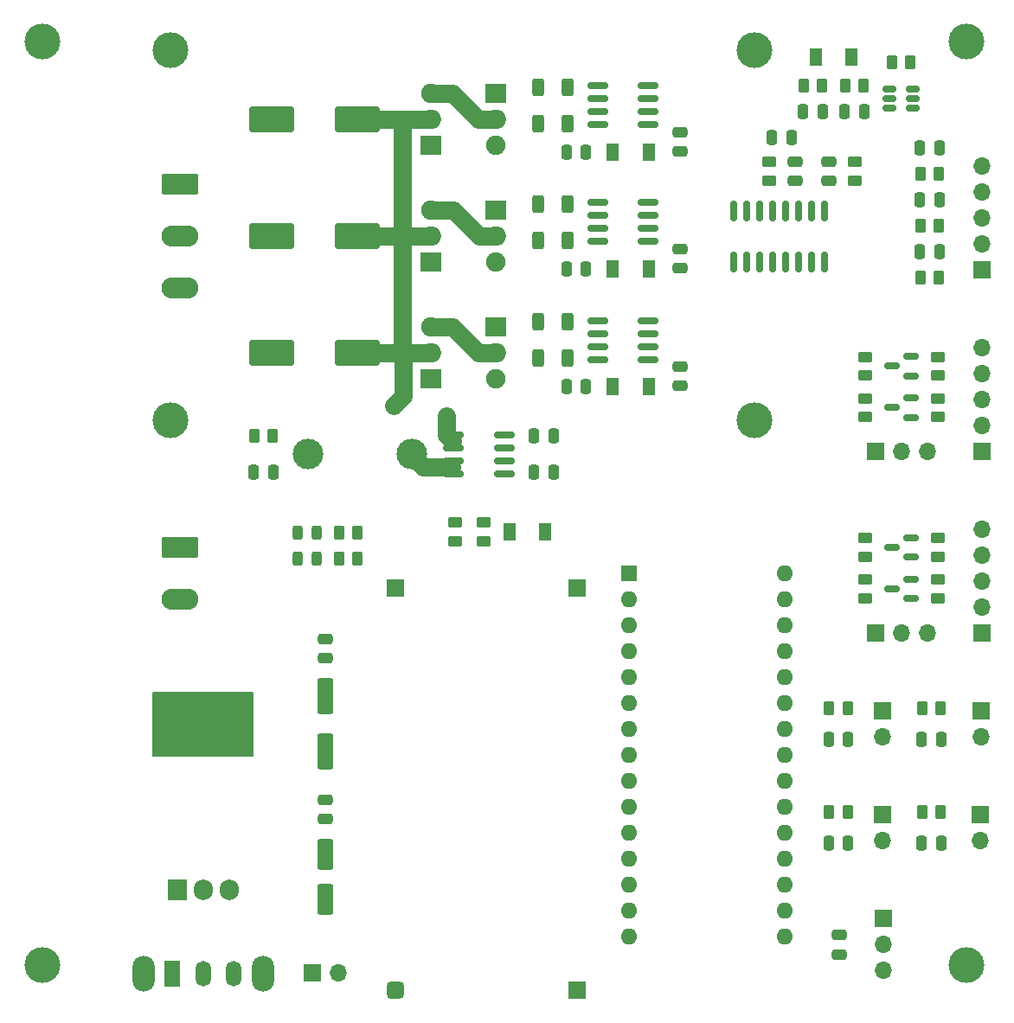
<source format=gts>
G04 #@! TF.GenerationSoftware,KiCad,Pcbnew,(6.0.8)*
G04 #@! TF.CreationDate,2023-06-08T11:40:43-03:00*
G04 #@! TF.ProjectId,EcoMaua_BLDC_Controller_v0,45636f4d-6175-4615-9f42-4c44435f436f,rev?*
G04 #@! TF.SameCoordinates,Original*
G04 #@! TF.FileFunction,Soldermask,Top*
G04 #@! TF.FilePolarity,Negative*
%FSLAX46Y46*%
G04 Gerber Fmt 4.6, Leading zero omitted, Abs format (unit mm)*
G04 Created by KiCad (PCBNEW (6.0.8)) date 2023-06-08 11:40:43*
%MOMM*%
%LPD*%
G01*
G04 APERTURE LIST*
G04 Aperture macros list*
%AMRoundRect*
0 Rectangle with rounded corners*
0 $1 Rounding radius*
0 $2 $3 $4 $5 $6 $7 $8 $9 X,Y pos of 4 corners*
0 Add a 4 corners polygon primitive as box body*
4,1,4,$2,$3,$4,$5,$6,$7,$8,$9,$2,$3,0*
0 Add four circle primitives for the rounded corners*
1,1,$1+$1,$2,$3*
1,1,$1+$1,$4,$5*
1,1,$1+$1,$6,$7*
1,1,$1+$1,$8,$9*
0 Add four rect primitives between the rounded corners*
20,1,$1+$1,$2,$3,$4,$5,0*
20,1,$1+$1,$4,$5,$6,$7,0*
20,1,$1+$1,$6,$7,$8,$9,0*
20,1,$1+$1,$8,$9,$2,$3,0*%
G04 Aperture macros list end*
%ADD10C,1.750000*%
%ADD11C,0.150000*%
%ADD12RoundRect,0.150000X0.825000X0.150000X-0.825000X0.150000X-0.825000X-0.150000X0.825000X-0.150000X0*%
%ADD13RoundRect,0.250000X0.250000X0.475000X-0.250000X0.475000X-0.250000X-0.475000X0.250000X-0.475000X0*%
%ADD14RoundRect,0.250000X-0.262500X-0.450000X0.262500X-0.450000X0.262500X0.450000X-0.262500X0.450000X0*%
%ADD15RoundRect,0.150000X0.587500X0.150000X-0.587500X0.150000X-0.587500X-0.150000X0.587500X-0.150000X0*%
%ADD16RoundRect,0.250000X0.312500X0.625000X-0.312500X0.625000X-0.312500X-0.625000X0.312500X-0.625000X0*%
%ADD17RoundRect,0.250000X-0.550000X1.500000X-0.550000X-1.500000X0.550000X-1.500000X0.550000X1.500000X0*%
%ADD18O,2.200000X3.500000*%
%ADD19R,1.500000X2.500000*%
%ADD20O,1.500000X2.500000*%
%ADD21R,1.700000X1.700000*%
%ADD22O,1.700000X1.700000*%
%ADD23RoundRect,0.250000X-0.475000X0.250000X-0.475000X-0.250000X0.475000X-0.250000X0.475000X0.250000X0*%
%ADD24C,3.500000*%
%ADD25RoundRect,0.150000X-0.150000X0.850000X-0.150000X-0.850000X0.150000X-0.850000X0.150000X0.850000X0*%
%ADD26RoundRect,0.250000X0.475000X-0.250000X0.475000X0.250000X-0.475000X0.250000X-0.475000X-0.250000X0*%
%ADD27R,1.600000X1.600000*%
%ADD28O,1.600000X1.600000*%
%ADD29RoundRect,0.250000X0.262500X0.450000X-0.262500X0.450000X-0.262500X-0.450000X0.262500X-0.450000X0*%
%ADD30RoundRect,0.150000X-0.825000X-0.150000X0.825000X-0.150000X0.825000X0.150000X-0.825000X0.150000X0*%
%ADD31RoundRect,0.250000X0.450000X-0.262500X0.450000X0.262500X-0.450000X0.262500X-0.450000X-0.262500X0*%
%ADD32O,3.500000X3.500000*%
%ADD33R,1.905000X2.000000*%
%ADD34O,1.905000X2.000000*%
%ADD35RoundRect,0.250000X1.950000X1.000000X-1.950000X1.000000X-1.950000X-1.000000X1.950000X-1.000000X0*%
%ADD36R,1.300000X1.700000*%
%ADD37RoundRect,0.250000X-0.250000X-0.475000X0.250000X-0.475000X0.250000X0.475000X-0.250000X0.475000X0*%
%ADD38RoundRect,0.425000X0.425000X-0.425000X0.425000X0.425000X-0.425000X0.425000X-0.425000X-0.425000X0*%
%ADD39RoundRect,0.250000X-0.550000X1.250000X-0.550000X-1.250000X0.550000X-1.250000X0.550000X1.250000X0*%
%ADD40RoundRect,0.249999X-1.550001X0.790001X-1.550001X-0.790001X1.550001X-0.790001X1.550001X0.790001X0*%
%ADD41O,3.600000X2.080000*%
%ADD42RoundRect,0.150000X-0.512500X-0.150000X0.512500X-0.150000X0.512500X0.150000X-0.512500X0.150000X0*%
%ADD43C,3.000000*%
%ADD44O,3.000000X3.000000*%
%ADD45RoundRect,0.250000X-0.450000X0.262500X-0.450000X-0.262500X0.450000X-0.262500X0.450000X0.262500X0*%
%ADD46RoundRect,0.243750X-0.243750X-0.456250X0.243750X-0.456250X0.243750X0.456250X-0.243750X0.456250X0*%
%ADD47R,2.000000X1.905000*%
%ADD48O,2.000000X1.905000*%
%ADD49C,1.905000*%
G04 APERTURE END LIST*
D10*
X140830000Y-79730000D02*
X140830000Y-81640000D01*
X139340000Y-71040000D02*
X141460000Y-71040000D01*
X136560000Y-50720000D02*
X136560000Y-73590000D01*
X132110000Y-73580000D02*
X139340000Y-73580000D01*
X136580000Y-77830000D02*
X135650000Y-78760000D01*
X132110000Y-50720000D02*
X139340000Y-50720000D01*
X137430000Y-83590000D02*
X138590000Y-84750000D01*
X140830000Y-81640000D02*
X141410000Y-82210000D01*
X132110000Y-62150000D02*
X139340000Y-62150000D01*
X139340000Y-59610000D02*
X141510000Y-59610000D01*
X139340000Y-48180000D02*
X141440000Y-48180000D01*
X143980000Y-50720000D02*
X145690000Y-50720000D01*
D11*
X112141000Y-106807000D02*
X121920000Y-106807000D01*
X121920000Y-106807000D02*
X121920000Y-113030000D01*
X121920000Y-113030000D02*
X112141000Y-113030000D01*
X112141000Y-113030000D02*
X112141000Y-106807000D01*
G36*
X112141000Y-106807000D02*
G01*
X121920000Y-106807000D01*
X121920000Y-113030000D01*
X112141000Y-113030000D01*
X112141000Y-106807000D01*
G37*
D10*
X144000000Y-73580000D02*
X145690000Y-73580000D01*
X144050000Y-62150000D02*
X145690000Y-62150000D01*
X141360000Y-84760000D02*
X138600000Y-84760000D01*
X136580000Y-73570000D02*
X136580000Y-77830000D01*
X141440000Y-48180000D02*
X143980000Y-50720000D01*
X141460000Y-71040000D02*
X144000000Y-73580000D01*
X141510000Y-59610000D02*
X144050000Y-62150000D01*
D12*
X160601500Y-51232000D03*
X160601500Y-49962000D03*
X160601500Y-48692000D03*
X160601500Y-47422000D03*
X155651500Y-47422000D03*
X155651500Y-48692000D03*
X155651500Y-49962000D03*
X155651500Y-51232000D03*
D13*
X189088000Y-58593000D03*
X187188000Y-58593000D03*
D14*
X187225500Y-61133000D03*
X189050500Y-61133000D03*
X178269500Y-108372000D03*
X180094500Y-108372000D03*
D15*
X186296500Y-97648000D03*
X186296500Y-95748000D03*
X184421500Y-96698000D03*
D16*
X152731000Y-74092000D03*
X149806000Y-74092000D03*
D13*
X154504500Y-65329000D03*
X152604500Y-65329000D03*
D17*
X128956000Y-107206000D03*
X128956000Y-112606000D03*
D18*
X122868000Y-134333500D03*
X111168000Y-134333500D03*
D19*
X114018000Y-134333500D03*
D20*
X117018000Y-134333500D03*
X120018000Y-134333500D03*
D21*
X183500000Y-108626000D03*
D22*
X183500000Y-111166000D03*
D23*
X179248000Y-130561000D03*
X179248000Y-132461000D03*
D14*
X187397500Y-108372000D03*
X189222500Y-108372000D03*
D24*
X113852700Y-80153600D03*
D14*
X187225500Y-66213000D03*
X189050500Y-66213000D03*
D25*
X177851000Y-59654000D03*
X176581000Y-59654000D03*
X175311000Y-59654000D03*
X174041000Y-59654000D03*
X172771000Y-59654000D03*
X171501000Y-59654000D03*
X170231000Y-59654000D03*
X168961000Y-59654000D03*
X168961000Y-64654000D03*
X170231000Y-64654000D03*
X171501000Y-64654000D03*
X172771000Y-64654000D03*
X174041000Y-64654000D03*
X175311000Y-64654000D03*
X176581000Y-64654000D03*
X177851000Y-64654000D03*
D21*
X193218000Y-65451000D03*
D22*
X193218000Y-62911000D03*
X193218000Y-60371000D03*
X193218000Y-57831000D03*
X193218000Y-55291000D03*
D26*
X174930000Y-56754000D03*
X174930000Y-54854000D03*
D27*
X158674000Y-95174000D03*
D28*
X158674000Y-97714000D03*
X158674000Y-100254000D03*
X158674000Y-102794000D03*
X158674000Y-105334000D03*
X158674000Y-107874000D03*
X158674000Y-110414000D03*
X158674000Y-112954000D03*
X158674000Y-115494000D03*
X158674000Y-118034000D03*
X158674000Y-120574000D03*
X158674000Y-123114000D03*
X158674000Y-125654000D03*
X158674000Y-128194000D03*
X158674000Y-130734000D03*
X173914000Y-130734000D03*
X173914000Y-128194000D03*
X173914000Y-125654000D03*
X173914000Y-123114000D03*
X173914000Y-120574000D03*
X173914000Y-118034000D03*
X173914000Y-115494000D03*
X173914000Y-112954000D03*
X173914000Y-110414000D03*
X173914000Y-107874000D03*
X173914000Y-105334000D03*
X173914000Y-102794000D03*
X173914000Y-100254000D03*
X173914000Y-97714000D03*
X173914000Y-95174000D03*
D24*
X191694000Y-133528000D03*
D29*
X132154300Y-93675200D03*
X130329300Y-93675200D03*
D30*
X141544800Y-81585000D03*
X141544800Y-82855000D03*
X141544800Y-84125000D03*
X141544800Y-85395000D03*
X146494800Y-85395000D03*
X146494800Y-84125000D03*
X146494800Y-82855000D03*
X146494800Y-81585000D03*
D29*
X186256500Y-45136000D03*
X184431500Y-45136000D03*
D31*
X172390000Y-56716500D03*
X172390000Y-54891500D03*
D23*
X163714500Y-63363000D03*
X163714500Y-65263000D03*
D16*
X152731000Y-51105000D03*
X149806000Y-51105000D03*
D15*
X186296500Y-93584000D03*
X186296500Y-91684000D03*
X184421500Y-92634000D03*
D32*
X117018000Y-109502000D03*
D33*
X114478000Y-126162000D03*
D34*
X117018000Y-126162000D03*
X119558000Y-126162000D03*
D24*
X171002700Y-43958600D03*
D23*
X163714500Y-74920000D03*
X163714500Y-76820000D03*
D14*
X187397500Y-118537000D03*
X189222500Y-118537000D03*
D26*
X178232000Y-56754000D03*
X178232000Y-54854000D03*
D21*
X193218000Y-83236000D03*
D22*
X193218000Y-80696000D03*
X193218000Y-78156000D03*
X193218000Y-75616000D03*
X193218000Y-73076000D03*
D31*
X188915000Y-97610500D03*
X188915000Y-95785500D03*
X188915000Y-75771500D03*
X188915000Y-73946500D03*
X181803000Y-93546500D03*
X181803000Y-91721500D03*
D35*
X132100500Y-73584000D03*
X123700500Y-73584000D03*
D16*
X152731000Y-47549000D03*
X149806000Y-47549000D03*
D24*
X113852700Y-43958600D03*
D36*
X180490000Y-44628000D03*
X176990000Y-44628000D03*
D24*
X191694000Y-43104000D03*
D12*
X160601500Y-62662000D03*
X160601500Y-61392000D03*
X160601500Y-60122000D03*
X160601500Y-58852000D03*
X155651500Y-58852000D03*
X155651500Y-60122000D03*
X155651500Y-61392000D03*
X155651500Y-62662000D03*
D29*
X132154300Y-91135200D03*
X130329300Y-91135200D03*
D36*
X157138500Y-76886000D03*
X160638500Y-76886000D03*
D29*
X123850300Y-81712000D03*
X122025300Y-81712000D03*
D31*
X144450000Y-92022500D03*
X144450000Y-90197500D03*
D13*
X154504500Y-76886000D03*
X152604500Y-76886000D03*
D21*
X183500000Y-118791000D03*
D22*
X183500000Y-121331000D03*
D23*
X163714500Y-51933000D03*
X163714500Y-53833000D03*
D24*
X101270000Y-43104000D03*
D29*
X177620500Y-47422000D03*
X175795500Y-47422000D03*
D37*
X149419800Y-81712000D03*
X151319800Y-81712000D03*
X178232000Y-121585000D03*
X180132000Y-121585000D03*
X172710000Y-52502000D03*
X174610000Y-52502000D03*
D38*
X135814000Y-135941000D03*
D21*
X153594000Y-135941000D03*
X153594000Y-96571000D03*
X135814000Y-96571000D03*
D37*
X178232000Y-111420000D03*
X180132000Y-111420000D03*
D24*
X101270000Y-133528000D03*
D39*
X128956000Y-122692000D03*
X128956000Y-127092000D03*
D31*
X141656000Y-92022500D03*
X141656000Y-90197500D03*
D40*
X114771500Y-92634000D03*
D41*
X114771500Y-97714000D03*
D42*
X184206500Y-47742000D03*
X184206500Y-48692000D03*
X184206500Y-49642000D03*
X186481500Y-49642000D03*
X186481500Y-48692000D03*
X186481500Y-47742000D03*
D15*
X186296500Y-79873000D03*
X186296500Y-77973000D03*
X184421500Y-78923000D03*
D16*
X152731000Y-62535000D03*
X149806000Y-62535000D03*
D26*
X128956000Y-119238000D03*
X128956000Y-117338000D03*
D43*
X127255800Y-83490000D03*
D44*
X137415800Y-83490000D03*
D24*
X171002700Y-80153600D03*
D35*
X132100500Y-50724000D03*
X123700500Y-50724000D03*
D14*
X179859500Y-47422000D03*
X181684500Y-47422000D03*
D31*
X188915000Y-79835500D03*
X188915000Y-78010500D03*
D21*
X183566000Y-128971000D03*
D22*
X183566000Y-131511000D03*
X183566000Y-134051000D03*
D45*
X181803000Y-95785500D03*
X181803000Y-97610500D03*
X181803000Y-78010500D03*
X181803000Y-79835500D03*
D21*
X193218000Y-101011000D03*
D22*
X193218000Y-98471000D03*
X193218000Y-95931000D03*
X193218000Y-93391000D03*
X193218000Y-90851000D03*
D31*
X188915000Y-93546500D03*
X188915000Y-91721500D03*
D21*
X182819000Y-83241000D03*
D22*
X185359000Y-83241000D03*
X187899000Y-83241000D03*
D15*
X186296500Y-75809000D03*
X186296500Y-73909000D03*
X184421500Y-74859000D03*
D36*
X157138500Y-53899000D03*
X160638500Y-53899000D03*
D16*
X152731000Y-70536000D03*
X149806000Y-70536000D03*
D37*
X187360000Y-111420000D03*
X189260000Y-111420000D03*
D21*
X182819000Y-101016000D03*
D22*
X185359000Y-101016000D03*
X187899000Y-101016000D03*
D12*
X160601500Y-74219000D03*
X160601500Y-72949000D03*
X160601500Y-71679000D03*
X160601500Y-70409000D03*
X155651500Y-70409000D03*
X155651500Y-71679000D03*
X155651500Y-72949000D03*
X155651500Y-74219000D03*
D21*
X193060000Y-118791000D03*
D22*
X193060000Y-121331000D03*
D13*
X189088000Y-53513000D03*
X187188000Y-53513000D03*
D16*
X152731000Y-58979000D03*
X149806000Y-58979000D03*
D21*
X127681000Y-134290000D03*
D22*
X130221000Y-134290000D03*
D46*
X126240300Y-93675200D03*
X128115300Y-93675200D03*
D13*
X177658000Y-49962000D03*
X175758000Y-49962000D03*
D37*
X121987800Y-85268000D03*
X123887800Y-85268000D03*
D31*
X180772000Y-56716500D03*
X180772000Y-54891500D03*
D13*
X181722000Y-49962000D03*
X179822000Y-49962000D03*
D35*
X132100500Y-62154000D03*
X123700500Y-62154000D03*
D13*
X154504500Y-53899000D03*
X152604500Y-53899000D03*
D36*
X157138500Y-65329000D03*
X160638500Y-65329000D03*
D31*
X181803000Y-75771500D03*
X181803000Y-73946500D03*
D26*
X128956000Y-103490000D03*
X128956000Y-101590000D03*
D13*
X189088000Y-63673000D03*
X187188000Y-63673000D03*
D14*
X187225500Y-56053000D03*
X189050500Y-56053000D03*
X178269500Y-118537000D03*
X180094500Y-118537000D03*
D36*
X147018000Y-91110000D03*
X150518000Y-91110000D03*
D46*
X126240300Y-91135200D03*
X128115300Y-91135200D03*
D40*
X114732000Y-57074000D03*
D41*
X114732000Y-62154000D03*
X114732000Y-67234000D03*
D21*
X193136000Y-108626000D03*
D22*
X193136000Y-111166000D03*
D37*
X187360000Y-121585000D03*
X189260000Y-121585000D03*
X149419800Y-85268000D03*
X151319800Y-85268000D03*
D47*
X145680500Y-48184000D03*
D48*
X145680500Y-50724000D03*
D49*
X145680500Y-53264000D03*
D47*
X145680500Y-71044000D03*
D48*
X145680500Y-73584000D03*
D49*
X145680500Y-76124000D03*
D47*
X139330500Y-53264000D03*
D48*
X139330500Y-50724000D03*
D49*
X139330500Y-48184000D03*
D47*
X139330500Y-64694000D03*
D48*
X139330500Y-62154000D03*
D49*
X139330500Y-59614000D03*
D47*
X145680500Y-59614000D03*
D48*
X145680500Y-62154000D03*
D49*
X145680500Y-64694000D03*
D47*
X139330500Y-76124000D03*
D48*
X139330500Y-73584000D03*
D49*
X139330500Y-71044000D03*
M02*

</source>
